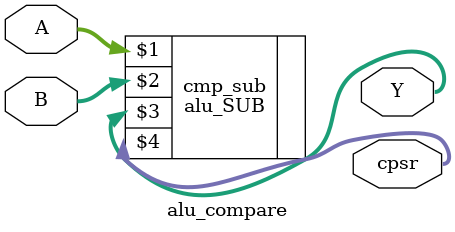
<source format=v>
module alu_compare(A,B,Y,cpsr);

input [31:0] A,B;
output wire [3:0] cpsr;
output wire [31:0] Y;

alu_SUB cmp_sub(A,B,Y,cpsr);

endmodule
</source>
